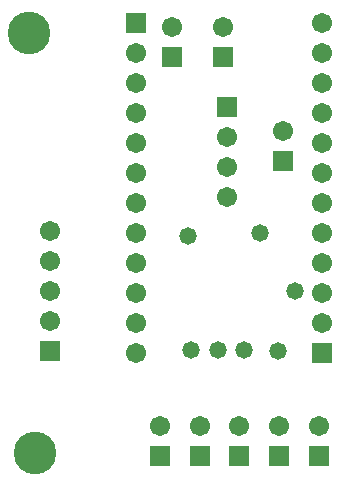
<source format=gbs>
G04*
G04 #@! TF.GenerationSoftware,Altium Limited,Altium Designer,18.1.7 (191)*
G04*
G04 Layer_Color=16711935*
%FSLAX44Y44*%
%MOMM*%
G71*
G01*
G75*
%ADD17R,1.7032X1.7032*%
%ADD25C,1.7032*%
%ADD26C,3.6032*%
%ADD27C,1.4732*%
D17*
X273050Y120650D02*
D03*
X189230Y370840D02*
D03*
X146050D02*
D03*
X115570Y400050D02*
D03*
X43180Y121920D02*
D03*
X240030Y283210D02*
D03*
X193040Y328930D02*
D03*
X169545Y33020D02*
D03*
X203200D02*
D03*
X236855D02*
D03*
X135890D02*
D03*
X270510D02*
D03*
D25*
X273050Y400050D02*
D03*
Y374650D02*
D03*
Y349250D02*
D03*
Y323850D02*
D03*
Y298450D02*
D03*
Y273050D02*
D03*
Y247650D02*
D03*
Y222250D02*
D03*
Y196850D02*
D03*
Y171450D02*
D03*
Y146050D02*
D03*
X189230Y396240D02*
D03*
X146050D02*
D03*
X115570Y120650D02*
D03*
Y146050D02*
D03*
Y171450D02*
D03*
Y196850D02*
D03*
Y222250D02*
D03*
Y247650D02*
D03*
Y273050D02*
D03*
Y298450D02*
D03*
Y323850D02*
D03*
Y349250D02*
D03*
Y374650D02*
D03*
X43180Y223520D02*
D03*
Y198120D02*
D03*
Y172720D02*
D03*
Y147320D02*
D03*
X240030Y308610D02*
D03*
X193040Y252730D02*
D03*
Y278130D02*
D03*
Y303530D02*
D03*
X169545Y58420D02*
D03*
X203200D02*
D03*
X236855D02*
D03*
X135890D02*
D03*
X270510D02*
D03*
D26*
X25400Y391280D02*
D03*
X30480Y35560D02*
D03*
D27*
X250190Y173100D02*
D03*
X236220Y121920D02*
D03*
X220980Y222250D02*
D03*
X162560Y123190D02*
D03*
X207010D02*
D03*
X185420D02*
D03*
X160020Y219710D02*
D03*
M02*

</source>
